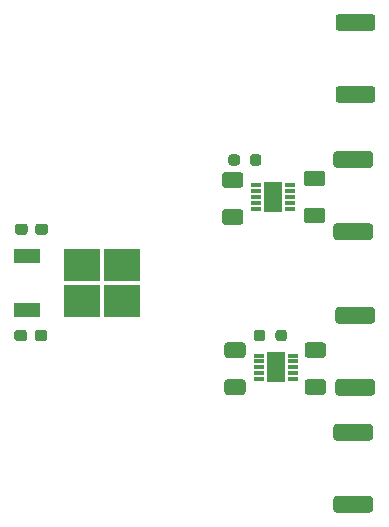
<source format=gtp>
G04 #@! TF.GenerationSoftware,KiCad,Pcbnew,5.1.10*
G04 #@! TF.CreationDate,2021-08-16T10:51:44+12:00*
G04 #@! TF.ProjectId,GateStage,47617465-5374-4616-9765-2e6b69636164,rev?*
G04 #@! TF.SameCoordinates,Original*
G04 #@! TF.FileFunction,Paste,Top*
G04 #@! TF.FilePolarity,Positive*
%FSLAX46Y46*%
G04 Gerber Fmt 4.6, Leading zero omitted, Abs format (unit mm)*
G04 Created by KiCad (PCBNEW 5.1.10) date 2021-08-16 10:51:44*
%MOMM*%
%LPD*%
G01*
G04 APERTURE LIST*
%ADD10R,1.650000X2.600000*%
%ADD11R,0.850000X0.300000*%
%ADD12R,3.050000X2.750000*%
%ADD13R,2.200000X1.200000*%
G04 APERTURE END LIST*
G36*
G01*
X148502998Y-47785000D02*
X149803002Y-47785000D01*
G75*
G02*
X150053000Y-48034998I0J-249998D01*
G01*
X150053000Y-48860002D01*
G75*
G02*
X149803002Y-49110000I-249998J0D01*
G01*
X148502998Y-49110000D01*
G75*
G02*
X148253000Y-48860002I0J249998D01*
G01*
X148253000Y-48034998D01*
G75*
G02*
X148502998Y-47785000I249998J0D01*
G01*
G37*
G36*
G01*
X148502998Y-44660000D02*
X149803002Y-44660000D01*
G75*
G02*
X150053000Y-44909998I0J-249998D01*
G01*
X150053000Y-45735002D01*
G75*
G02*
X149803002Y-45985000I-249998J0D01*
G01*
X148502998Y-45985000D01*
G75*
G02*
X148253000Y-45735002I0J249998D01*
G01*
X148253000Y-44909998D01*
G75*
G02*
X148502998Y-44660000I249998J0D01*
G01*
G37*
D10*
X145878000Y-61310000D03*
D11*
X144428000Y-62310000D03*
X144428000Y-61810000D03*
X144428000Y-61310000D03*
X144428000Y-60810000D03*
X144428000Y-60310000D03*
X147328000Y-60310000D03*
X147328000Y-60810000D03*
X147328000Y-61310000D03*
X147328000Y-61810000D03*
X147328000Y-62310000D03*
D10*
X145653000Y-46885000D03*
D11*
X144203000Y-47885000D03*
X144203000Y-47385000D03*
X144203000Y-46885000D03*
X144203000Y-46385000D03*
X144203000Y-45885000D03*
X147103000Y-45885000D03*
X147103000Y-46385000D03*
X147103000Y-46885000D03*
X147103000Y-47385000D03*
X147103000Y-47885000D03*
G36*
G01*
X151174999Y-62300000D02*
X154025001Y-62300000D01*
G75*
G02*
X154275000Y-62549999I0J-249999D01*
G01*
X154275000Y-63450001D01*
G75*
G02*
X154025001Y-63700000I-249999J0D01*
G01*
X151174999Y-63700000D01*
G75*
G02*
X150925000Y-63450001I0J249999D01*
G01*
X150925000Y-62549999D01*
G75*
G02*
X151174999Y-62300000I249999J0D01*
G01*
G37*
G36*
G01*
X151174999Y-56200000D02*
X154025001Y-56200000D01*
G75*
G02*
X154275000Y-56449999I0J-249999D01*
G01*
X154275000Y-57350001D01*
G75*
G02*
X154025001Y-57600000I-249999J0D01*
G01*
X151174999Y-57600000D01*
G75*
G02*
X150925000Y-57350001I0J249999D01*
G01*
X150925000Y-56449999D01*
G75*
G02*
X151174999Y-56200000I249999J0D01*
G01*
G37*
G36*
G01*
X151202999Y-37510000D02*
X154053001Y-37510000D01*
G75*
G02*
X154303000Y-37759999I0J-249999D01*
G01*
X154303000Y-38660001D01*
G75*
G02*
X154053001Y-38910000I-249999J0D01*
G01*
X151202999Y-38910000D01*
G75*
G02*
X150953000Y-38660001I0J249999D01*
G01*
X150953000Y-37759999D01*
G75*
G02*
X151202999Y-37510000I249999J0D01*
G01*
G37*
G36*
G01*
X151202999Y-31410000D02*
X154053001Y-31410000D01*
G75*
G02*
X154303000Y-31659999I0J-249999D01*
G01*
X154303000Y-32560001D01*
G75*
G02*
X154053001Y-32810000I-249999J0D01*
G01*
X151202999Y-32810000D01*
G75*
G02*
X150953000Y-32560001I0J249999D01*
G01*
X150953000Y-31659999D01*
G75*
G02*
X151202999Y-31410000I249999J0D01*
G01*
G37*
G36*
G01*
X151002999Y-72210000D02*
X153853001Y-72210000D01*
G75*
G02*
X154103000Y-72459999I0J-249999D01*
G01*
X154103000Y-73360001D01*
G75*
G02*
X153853001Y-73610000I-249999J0D01*
G01*
X151002999Y-73610000D01*
G75*
G02*
X150753000Y-73360001I0J249999D01*
G01*
X150753000Y-72459999D01*
G75*
G02*
X151002999Y-72210000I249999J0D01*
G01*
G37*
G36*
G01*
X151002999Y-66110000D02*
X153853001Y-66110000D01*
G75*
G02*
X154103000Y-66359999I0J-249999D01*
G01*
X154103000Y-67260001D01*
G75*
G02*
X153853001Y-67510000I-249999J0D01*
G01*
X151002999Y-67510000D01*
G75*
G02*
X150753000Y-67260001I0J249999D01*
G01*
X150753000Y-66359999D01*
G75*
G02*
X151002999Y-66110000I249999J0D01*
G01*
G37*
G36*
G01*
X151002999Y-49110000D02*
X153853001Y-49110000D01*
G75*
G02*
X154103000Y-49359999I0J-249999D01*
G01*
X154103000Y-50260001D01*
G75*
G02*
X153853001Y-50510000I-249999J0D01*
G01*
X151002999Y-50510000D01*
G75*
G02*
X150753000Y-50260001I0J249999D01*
G01*
X150753000Y-49359999D01*
G75*
G02*
X151002999Y-49110000I249999J0D01*
G01*
G37*
G36*
G01*
X151002999Y-43010000D02*
X153853001Y-43010000D01*
G75*
G02*
X154103000Y-43259999I0J-249999D01*
G01*
X154103000Y-44160001D01*
G75*
G02*
X153853001Y-44410000I-249999J0D01*
G01*
X151002999Y-44410000D01*
G75*
G02*
X150753000Y-44160001I0J249999D01*
G01*
X150753000Y-43259999D01*
G75*
G02*
X151002999Y-43010000I249999J0D01*
G01*
G37*
G36*
G01*
X145853000Y-58847500D02*
X145853000Y-58372500D01*
G75*
G02*
X146090500Y-58135000I237500J0D01*
G01*
X146590500Y-58135000D01*
G75*
G02*
X146828000Y-58372500I0J-237500D01*
G01*
X146828000Y-58847500D01*
G75*
G02*
X146590500Y-59085000I-237500J0D01*
G01*
X146090500Y-59085000D01*
G75*
G02*
X145853000Y-58847500I0J237500D01*
G01*
G37*
G36*
G01*
X144028000Y-58847500D02*
X144028000Y-58372500D01*
G75*
G02*
X144265500Y-58135000I237500J0D01*
G01*
X144765500Y-58135000D01*
G75*
G02*
X145003000Y-58372500I0J-237500D01*
G01*
X145003000Y-58847500D01*
G75*
G02*
X144765500Y-59085000I-237500J0D01*
G01*
X144265500Y-59085000D01*
G75*
G02*
X144028000Y-58847500I0J237500D01*
G01*
G37*
G36*
G01*
X142837500Y-43512500D02*
X142837500Y-43987500D01*
G75*
G02*
X142600000Y-44225000I-237500J0D01*
G01*
X142100000Y-44225000D01*
G75*
G02*
X141862500Y-43987500I0J237500D01*
G01*
X141862500Y-43512500D01*
G75*
G02*
X142100000Y-43275000I237500J0D01*
G01*
X142600000Y-43275000D01*
G75*
G02*
X142837500Y-43512500I0J-237500D01*
G01*
G37*
G36*
G01*
X144662500Y-43512500D02*
X144662500Y-43987500D01*
G75*
G02*
X144425000Y-44225000I-237500J0D01*
G01*
X143925000Y-44225000D01*
G75*
G02*
X143687500Y-43987500I0J237500D01*
G01*
X143687500Y-43512500D01*
G75*
G02*
X143925000Y-43275000I237500J0D01*
G01*
X144425000Y-43275000D01*
G75*
G02*
X144662500Y-43512500I0J-237500D01*
G01*
G37*
G36*
G01*
X148577998Y-62310000D02*
X149878002Y-62310000D01*
G75*
G02*
X150128000Y-62559998I0J-249998D01*
G01*
X150128000Y-63385002D01*
G75*
G02*
X149878002Y-63635000I-249998J0D01*
G01*
X148577998Y-63635000D01*
G75*
G02*
X148328000Y-63385002I0J249998D01*
G01*
X148328000Y-62559998D01*
G75*
G02*
X148577998Y-62310000I249998J0D01*
G01*
G37*
G36*
G01*
X148577998Y-59185000D02*
X149878002Y-59185000D01*
G75*
G02*
X150128000Y-59434998I0J-249998D01*
G01*
X150128000Y-60260002D01*
G75*
G02*
X149878002Y-60510000I-249998J0D01*
G01*
X148577998Y-60510000D01*
G75*
G02*
X148328000Y-60260002I0J249998D01*
G01*
X148328000Y-59434998D01*
G75*
G02*
X148577998Y-59185000I249998J0D01*
G01*
G37*
G36*
G01*
X142878002Y-46110000D02*
X141577998Y-46110000D01*
G75*
G02*
X141328000Y-45860002I0J249998D01*
G01*
X141328000Y-45034998D01*
G75*
G02*
X141577998Y-44785000I249998J0D01*
G01*
X142878002Y-44785000D01*
G75*
G02*
X143128000Y-45034998I0J-249998D01*
G01*
X143128000Y-45860002D01*
G75*
G02*
X142878002Y-46110000I-249998J0D01*
G01*
G37*
G36*
G01*
X142878002Y-49235000D02*
X141577998Y-49235000D01*
G75*
G02*
X141328000Y-48985002I0J249998D01*
G01*
X141328000Y-48159998D01*
G75*
G02*
X141577998Y-47910000I249998J0D01*
G01*
X142878002Y-47910000D01*
G75*
G02*
X143128000Y-48159998I0J-249998D01*
G01*
X143128000Y-48985002D01*
G75*
G02*
X142878002Y-49235000I-249998J0D01*
G01*
G37*
G36*
G01*
X143078002Y-60510000D02*
X141777998Y-60510000D01*
G75*
G02*
X141528000Y-60260002I0J249998D01*
G01*
X141528000Y-59434998D01*
G75*
G02*
X141777998Y-59185000I249998J0D01*
G01*
X143078002Y-59185000D01*
G75*
G02*
X143328000Y-59434998I0J-249998D01*
G01*
X143328000Y-60260002D01*
G75*
G02*
X143078002Y-60510000I-249998J0D01*
G01*
G37*
G36*
G01*
X143078002Y-63635000D02*
X141777998Y-63635000D01*
G75*
G02*
X141528000Y-63385002I0J249998D01*
G01*
X141528000Y-62559998D01*
G75*
G02*
X141777998Y-62310000I249998J0D01*
G01*
X143078002Y-62310000D01*
G75*
G02*
X143328000Y-62559998I0J-249998D01*
G01*
X143328000Y-63385002D01*
G75*
G02*
X143078002Y-63635000I-249998J0D01*
G01*
G37*
G36*
G01*
X125515500Y-49847500D02*
X125515500Y-49372500D01*
G75*
G02*
X125753000Y-49135000I237500J0D01*
G01*
X126353000Y-49135000D01*
G75*
G02*
X126590500Y-49372500I0J-237500D01*
G01*
X126590500Y-49847500D01*
G75*
G02*
X126353000Y-50085000I-237500J0D01*
G01*
X125753000Y-50085000D01*
G75*
G02*
X125515500Y-49847500I0J237500D01*
G01*
G37*
G36*
G01*
X123790500Y-49847500D02*
X123790500Y-49372500D01*
G75*
G02*
X124028000Y-49135000I237500J0D01*
G01*
X124628000Y-49135000D01*
G75*
G02*
X124865500Y-49372500I0J-237500D01*
G01*
X124865500Y-49847500D01*
G75*
G02*
X124628000Y-50085000I-237500J0D01*
G01*
X124028000Y-50085000D01*
G75*
G02*
X123790500Y-49847500I0J237500D01*
G01*
G37*
G36*
G01*
X125465500Y-58847500D02*
X125465500Y-58372500D01*
G75*
G02*
X125703000Y-58135000I237500J0D01*
G01*
X126303000Y-58135000D01*
G75*
G02*
X126540500Y-58372500I0J-237500D01*
G01*
X126540500Y-58847500D01*
G75*
G02*
X126303000Y-59085000I-237500J0D01*
G01*
X125703000Y-59085000D01*
G75*
G02*
X125465500Y-58847500I0J237500D01*
G01*
G37*
G36*
G01*
X123740500Y-58847500D02*
X123740500Y-58372500D01*
G75*
G02*
X123978000Y-58135000I237500J0D01*
G01*
X124578000Y-58135000D01*
G75*
G02*
X124815500Y-58372500I0J-237500D01*
G01*
X124815500Y-58847500D01*
G75*
G02*
X124578000Y-59085000I-237500J0D01*
G01*
X123978000Y-59085000D01*
G75*
G02*
X123740500Y-58847500I0J237500D01*
G01*
G37*
D12*
X129478000Y-55660000D03*
X132828000Y-52610000D03*
X129478000Y-52610000D03*
X132828000Y-55660000D03*
D13*
X124853000Y-56415000D03*
X124853000Y-51855000D03*
M02*

</source>
